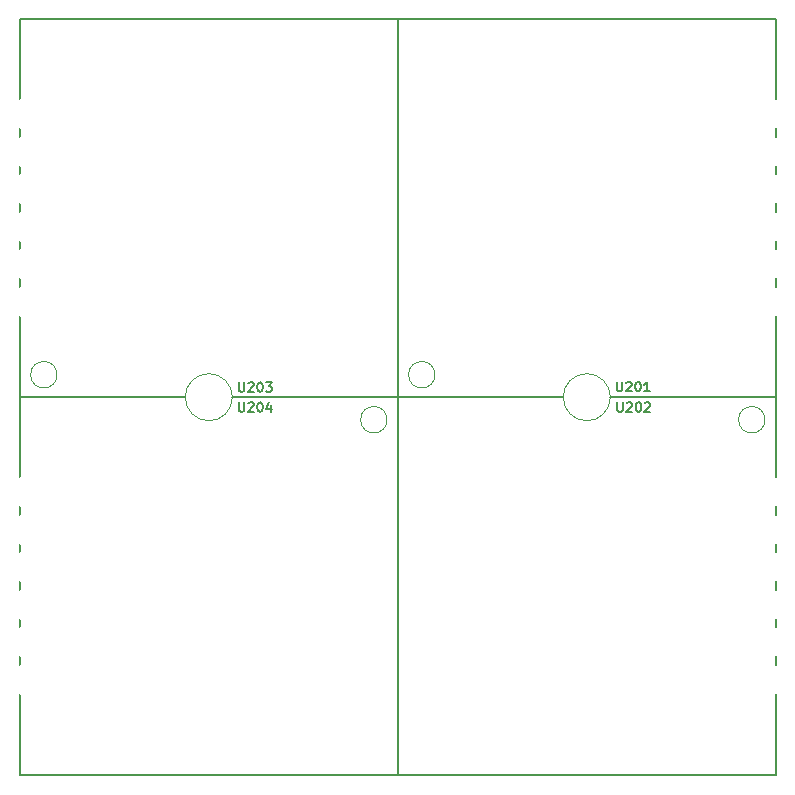
<source format=gto>
G04 #@! TF.GenerationSoftware,KiCad,Pcbnew,(6.0.6)*
G04 #@! TF.CreationDate,2022-10-25T18:49:35+02:00*
G04 #@! TF.ProjectId,matrix_module,6d617472-6978-45f6-9d6f-64756c652e6b,rev?*
G04 #@! TF.SameCoordinates,Original*
G04 #@! TF.FileFunction,Legend,Top*
G04 #@! TF.FilePolarity,Positive*
%FSLAX46Y46*%
G04 Gerber Fmt 4.6, Leading zero omitted, Abs format (unit mm)*
G04 Created by KiCad (PCBNEW (6.0.6)) date 2022-10-25 18:49:35*
%MOMM*%
%LPD*%
G01*
G04 APERTURE LIST*
%ADD10C,0.150000*%
%ADD11C,0.120000*%
%ADD12C,2.200000*%
%ADD13C,1.700000*%
%ADD14C,2.500000*%
G04 APERTURE END LIST*
D10*
X18542171Y1250895D02*
X18542171Y603276D01*
X18580266Y527085D01*
X18618361Y488990D01*
X18694552Y450895D01*
X18846933Y450895D01*
X18923123Y488990D01*
X18961219Y527085D01*
X18999314Y603276D01*
X18999314Y1250895D01*
X19342171Y1174704D02*
X19380266Y1212800D01*
X19456457Y1250895D01*
X19646933Y1250895D01*
X19723123Y1212800D01*
X19761219Y1174704D01*
X19799314Y1098514D01*
X19799314Y1022323D01*
X19761219Y908038D01*
X19304076Y450895D01*
X19799314Y450895D01*
X20294552Y1250895D02*
X20370742Y1250895D01*
X20446933Y1212800D01*
X20485028Y1174704D01*
X20523123Y1098514D01*
X20561219Y946133D01*
X20561219Y755657D01*
X20523123Y603276D01*
X20485028Y527085D01*
X20446933Y488990D01*
X20370742Y450895D01*
X20294552Y450895D01*
X20218361Y488990D01*
X20180266Y527085D01*
X20142171Y603276D01*
X20104076Y755657D01*
X20104076Y946133D01*
X20142171Y1098514D01*
X20180266Y1174704D01*
X20218361Y1212800D01*
X20294552Y1250895D01*
X20827885Y1250895D02*
X21323123Y1250895D01*
X21056457Y946133D01*
X21170742Y946133D01*
X21246933Y908038D01*
X21285028Y869942D01*
X21323123Y793752D01*
X21323123Y603276D01*
X21285028Y527085D01*
X21246933Y488990D01*
X21170742Y450895D01*
X20942171Y450895D01*
X20865980Y488990D01*
X20827885Y527085D01*
X18542171Y-425504D02*
X18542171Y-1073123D01*
X18580266Y-1149314D01*
X18618361Y-1187409D01*
X18694552Y-1225504D01*
X18846933Y-1225504D01*
X18923123Y-1187409D01*
X18961219Y-1149314D01*
X18999314Y-1073123D01*
X18999314Y-425504D01*
X19342171Y-501695D02*
X19380266Y-463600D01*
X19456457Y-425504D01*
X19646933Y-425504D01*
X19723123Y-463600D01*
X19761219Y-501695D01*
X19799314Y-577885D01*
X19799314Y-654076D01*
X19761219Y-768361D01*
X19304076Y-1225504D01*
X19799314Y-1225504D01*
X20294552Y-425504D02*
X20370742Y-425504D01*
X20446933Y-463600D01*
X20485028Y-501695D01*
X20523123Y-577885D01*
X20561219Y-730266D01*
X20561219Y-920742D01*
X20523123Y-1073123D01*
X20485028Y-1149314D01*
X20446933Y-1187409D01*
X20370742Y-1225504D01*
X20294552Y-1225504D01*
X20218361Y-1187409D01*
X20180266Y-1149314D01*
X20142171Y-1073123D01*
X20104076Y-920742D01*
X20104076Y-730266D01*
X20142171Y-577885D01*
X20180266Y-501695D01*
X20218361Y-463600D01*
X20294552Y-425504D01*
X21246933Y-692171D02*
X21246933Y-1225504D01*
X21056457Y-387409D02*
X20865980Y-958838D01*
X21361219Y-958838D01*
X50546171Y1301695D02*
X50546171Y654076D01*
X50584266Y577885D01*
X50622361Y539790D01*
X50698552Y501695D01*
X50850933Y501695D01*
X50927123Y539790D01*
X50965219Y577885D01*
X51003314Y654076D01*
X51003314Y1301695D01*
X51346171Y1225504D02*
X51384266Y1263600D01*
X51460457Y1301695D01*
X51650933Y1301695D01*
X51727123Y1263600D01*
X51765219Y1225504D01*
X51803314Y1149314D01*
X51803314Y1073123D01*
X51765219Y958838D01*
X51308076Y501695D01*
X51803314Y501695D01*
X52298552Y1301695D02*
X52374742Y1301695D01*
X52450933Y1263600D01*
X52489028Y1225504D01*
X52527123Y1149314D01*
X52565219Y996933D01*
X52565219Y806457D01*
X52527123Y654076D01*
X52489028Y577885D01*
X52450933Y539790D01*
X52374742Y501695D01*
X52298552Y501695D01*
X52222361Y539790D01*
X52184266Y577885D01*
X52146171Y654076D01*
X52108076Y806457D01*
X52108076Y996933D01*
X52146171Y1149314D01*
X52184266Y1225504D01*
X52222361Y1263600D01*
X52298552Y1301695D01*
X53327123Y501695D02*
X52869980Y501695D01*
X53098552Y501695D02*
X53098552Y1301695D01*
X53022361Y1187409D01*
X52946171Y1111219D01*
X52869980Y1073123D01*
X50596971Y-425504D02*
X50596971Y-1073123D01*
X50635066Y-1149314D01*
X50673161Y-1187409D01*
X50749352Y-1225504D01*
X50901733Y-1225504D01*
X50977923Y-1187409D01*
X51016019Y-1149314D01*
X51054114Y-1073123D01*
X51054114Y-425504D01*
X51396971Y-501695D02*
X51435066Y-463600D01*
X51511257Y-425504D01*
X51701733Y-425504D01*
X51777923Y-463600D01*
X51816019Y-501695D01*
X51854114Y-577885D01*
X51854114Y-654076D01*
X51816019Y-768361D01*
X51358876Y-1225504D01*
X51854114Y-1225504D01*
X52349352Y-425504D02*
X52425542Y-425504D01*
X52501733Y-463600D01*
X52539828Y-501695D01*
X52577923Y-577885D01*
X52616019Y-730266D01*
X52616019Y-920742D01*
X52577923Y-1073123D01*
X52539828Y-1149314D01*
X52501733Y-1187409D01*
X52425542Y-1225504D01*
X52349352Y-1225504D01*
X52273161Y-1187409D01*
X52235066Y-1149314D01*
X52196971Y-1073123D01*
X52158876Y-920742D01*
X52158876Y-730266D01*
X52196971Y-577885D01*
X52235066Y-501695D01*
X52273161Y-463600D01*
X52349352Y-425504D01*
X52920780Y-501695D02*
X52958876Y-463600D01*
X53035066Y-425504D01*
X53225542Y-425504D01*
X53301733Y-463600D01*
X53339828Y-501695D01*
X53377923Y-577885D01*
X53377923Y-654076D01*
X53339828Y-768361D01*
X52882685Y-1225504D01*
X53377923Y-1225504D01*
X32000000Y0D02*
X32000000Y32000000D01*
X0Y0D02*
X14000000Y0D01*
X0Y32000000D02*
X0Y0D01*
X18000000Y0D02*
X32000000Y0D01*
X32000000Y32000000D02*
X0Y32000000D01*
D11*
X18000000Y0D02*
G75*
G03*
X16000000Y2000000I-1999999J1D01*
G01*
X16000000Y2000000D02*
G75*
G03*
X14000000Y0I-1J-1999999D01*
G01*
X3148034Y1905000D02*
G75*
G03*
X3148034Y1905000I-1118034J0D01*
G01*
D10*
X32000000Y-32000000D02*
X32000000Y0D01*
X32000000Y0D02*
X18000000Y0D01*
X14000000Y0D02*
X0Y0D01*
X0Y0D02*
X0Y-32000000D01*
X0Y-32000000D02*
X32000000Y-32000000D01*
D11*
X16000000Y-2000000D02*
G75*
G03*
X18000000Y0I1J1999999D01*
G01*
X14000000Y0D02*
G75*
G03*
X16000000Y-2000000I1999999J-1D01*
G01*
X31088034Y-1905000D02*
G75*
G03*
X31088034Y-1905000I-1118034J0D01*
G01*
D10*
X32000000Y0D02*
X46000000Y0D01*
X64000000Y0D02*
X64000000Y32000000D01*
X50000000Y0D02*
X64000000Y0D01*
X32000000Y32000000D02*
X32000000Y0D01*
X64000000Y32000000D02*
X32000000Y32000000D01*
D11*
X48000000Y2000000D02*
G75*
G03*
X46000000Y0I-1J-1999999D01*
G01*
X50000000Y0D02*
G75*
G03*
X48000000Y2000000I-1999999J1D01*
G01*
X35148034Y1905000D02*
G75*
G03*
X35148034Y1905000I-1118034J0D01*
G01*
D10*
X32000000Y0D02*
X32000000Y-32000000D01*
X64000000Y-32000000D02*
X64000000Y0D01*
X32000000Y-32000000D02*
X64000000Y-32000000D01*
X64000000Y0D02*
X50000000Y0D01*
X46000000Y0D02*
X32000000Y0D01*
D11*
X46000000Y0D02*
G75*
G03*
X48000000Y-2000000I1999999J-1D01*
G01*
X48000000Y-2000000D02*
G75*
G03*
X50000000Y0I1J1999999D01*
G01*
X63088034Y-1905000D02*
G75*
G03*
X63088034Y-1905000I-1118034J0D01*
G01*
%LPC*%
D12*
X4000000Y-28000000D03*
X4000000Y28000000D03*
X60000000Y-28000000D03*
D13*
X7110000Y3920000D03*
X9650000Y3920000D03*
X12190000Y3920000D03*
X14730000Y3920000D03*
X17270000Y3920000D03*
X19810000Y3920000D03*
X22350000Y3920000D03*
X24890000Y3920000D03*
X24890000Y27920000D03*
X22350000Y27920000D03*
X19810000Y27920000D03*
X17270000Y27920000D03*
X14730000Y27920000D03*
X12190000Y27920000D03*
X9650000Y27920000D03*
X7110000Y27920000D03*
X24890000Y-3920000D03*
X22350000Y-3920000D03*
X19810000Y-3920000D03*
X17270000Y-3920000D03*
X14730000Y-3920000D03*
X12190000Y-3920000D03*
X9650000Y-3920000D03*
X7110000Y-3920000D03*
X7110000Y-27920000D03*
X9650000Y-27920000D03*
X12190000Y-27920000D03*
X14730000Y-27920000D03*
X17270000Y-27920000D03*
X19810000Y-27920000D03*
X22350000Y-27920000D03*
X24890000Y-27920000D03*
X39110000Y3920000D03*
X41650000Y3920000D03*
X44190000Y3920000D03*
X46730000Y3920000D03*
X49270000Y3920000D03*
X51810000Y3920000D03*
X54350000Y3920000D03*
X56890000Y3920000D03*
X56890000Y27920000D03*
X54350000Y27920000D03*
X51810000Y27920000D03*
X49270000Y27920000D03*
X46730000Y27920000D03*
X44190000Y27920000D03*
X41650000Y27920000D03*
X39110000Y27920000D03*
X56890000Y-3920000D03*
X54350000Y-3920000D03*
X51810000Y-3920000D03*
X49270000Y-3920000D03*
X46730000Y-3920000D03*
X44190000Y-3920000D03*
X41650000Y-3920000D03*
X39110000Y-3920000D03*
X39110000Y-27920000D03*
X41650000Y-27920000D03*
X44190000Y-27920000D03*
X46730000Y-27920000D03*
X49270000Y-27920000D03*
X51810000Y-27920000D03*
X54350000Y-27920000D03*
X56890000Y-27920000D03*
D12*
X60000000Y28000000D03*
D14*
X63760000Y23937500D03*
X63760000Y20762500D03*
X63760000Y17587500D03*
X63760000Y14412500D03*
X63760000Y11237500D03*
X63760000Y8062500D03*
X160000Y-8062500D03*
X160000Y-11237500D03*
X160000Y-14412500D03*
X160000Y-17587500D03*
X160000Y-20762500D03*
X160000Y-23937500D03*
X160000Y23937500D03*
X160000Y20762500D03*
X160000Y17587500D03*
X160000Y14412500D03*
X160000Y11237500D03*
X160000Y8062500D03*
X63760000Y-8062500D03*
X63760000Y-11237500D03*
X63760000Y-14412500D03*
X63760000Y-17587500D03*
X63760000Y-20762500D03*
X63760000Y-23937500D03*
M02*

</source>
